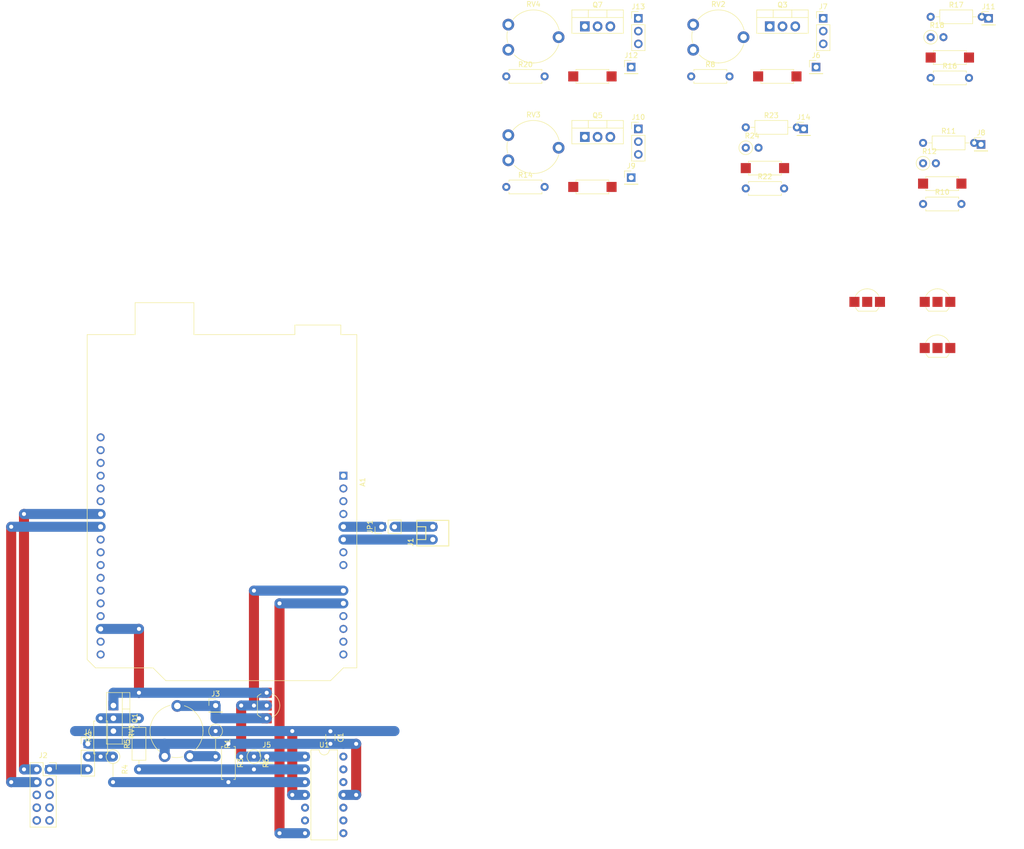
<source format=kicad_pcb>
(kicad_pcb (version 20211014) (generator pcbnew)
  (layers (0 "F.Cu" signal) (31 "B.Cu" signal) (34 "B.Paste" user) (35 "F.Paste" user) (36 "B.SilkS" user "B.Silkscreen") (37 "F.SilkS" user "F.Silkscreen") (38 "B.Mask" user) (39 "F.Mask" user) (44 "Edge.Cuts" user))
  (net 0 "")
  (net 1 "/OUT0")
  (net 6 "/DIS0")
  (net 8 "GND")
  (net 14 "/ch0/N")
  (net 15 "+5V")
  (net 16 "/ch0/P")
  (net 17 "Net-(R1-Pad2)")
  (net 18 "/N_RST")
  (net 19 "Net-(R3-Pad2)")
  (net 20 "Net-(R5-Pad1)")
  (net 21 "Net-(A1-Pad5)")
  (net 22 "/OUT1")
  (net 23 "/OUT2")
  (net 33 "/OUT3")
  (net 34 "/ARD_PWM3")
  (net 35 "/ARD_PWM2")
  (net 36 "/ARD_PWM1")
  (net 37 "/ARD_PWM0")
  (net 38 "/PWM0")
  (net 39 "/ch1/N")
  (net 40 "/PWM1")
  (net 41 "/ch2/N")
  (net 42 "/PWM2")
  (net 43 "Net-(J12-Pad1)")
  (net 44 "/ch3/N")
  (net 45 "/PWM3")
  (net 46 "/DIS1")
  (net 47 "/ch1/P")
  (net 48 "/DIS2")
  (net 49 "/ch2/P")
  (net 50 "/DIS3")
  (net 51 "/ch3/P")
  (net 52 "Net-(R7-Pad2)")
  (net 53 "Net-(R10-Pad2)")
  (net 54 "Net-(R11-Pad1)")
  (net 55 "Net-(R13-Pad2)")
  (net 56 "Net-(R15-Pad2)")
  (net 57 "Net-(R17-Pad1)")
  (net 58 "Net-(R19-Pad2)")
  (net 59 "Net-(R21-Pad2)")
  (net 60 "Net-(R23-Pad1)")
  (net 61 "Net-(J3-Pad1)")
  (net 62 "Net-(J6-Pad1)")
  (net 63 "Net-(J9-Pad1)")
  (footprint "For_Rasterboard:R_Axial_DIN0207_L6.3mm_D2.5mm_P5.08mm_Vertical" (layer "F.Cu") (at 65.96 175.26 -90)
    (fp_text reference "R4" (at 2.54 -2.37 90) (layer "F.SilkS"))
    (fp_text value "10k")
    (pad "1" thru_hole circle (at 0 0 270) (size 1.6 1.6) (drill 0.8) (layers *.Cu *.Mask) (net 14 "/ch0/N"))
    (pad "2" thru_hole oval (at 5.08 0 270) (size 1.6 1.6) (drill 0.8) (layers *.Cu *.Mask) (net 19 "Net-(R3-Pad2)"))
  )
  (footprint "For_Rasterboard:R_Axial_DIN0207_L6.3mm_D2.5mm_P2.54mm_Vertical" (layer "F.Cu") (at 228.52 32.15)
    (fp_text reference "R18" (at 1.27 -2.37) (layer "F.SilkS"))
    (fp_text value "100k")
    (pad "1" thru_hole circle (at 0 0) (size 1.6 1.6) (drill 0.8) (layers *.Cu *.Mask) (net 23 "/OUT2"))
    (pad "2" thru_hole oval (at 2.54 0) (size 1.6 1.6) (drill 0.8) (layers *.Cu *.Mask) (net 57 "Net-(R17-Pad1)"))
  )
  (footprint "For_Rasterboard:R_Axial_DIN0207_L6.3mm_D2.5mm_P7.62mm_Horizontal" (layer "F.Cu") (at 180.91 39.95)
    (fp_text reference "R8" (at 3.81 -2.37) (layer "F.SilkS"))
    (fp_text value "0.1")
    (pad "1" thru_hole circle (at 0 0) (size 1.6 1.6) (drill 0.8) (layers *.Cu *.Mask) (net 39 "/ch1/N"))
    (pad "2" thru_hole oval (at 7.62 0) (size 1.6 1.6) (drill 0.8) (layers *.Cu *.Mask) (net 47 "/ch1/P"))
  )
  (footprint "Connector_PinHeader_2.54mm:PinHeader_1x01_P2.54mm_Vertical" (layer "F.Cu") (at 203.28 50.39)
    (fp_text reference "J14" (at 0 -2.33) (layer "F.SilkS"))
    (fp_text value "1x1 2.54mm male")
    (pad "1" thru_hole rect (at 0 0) (size 1.7 1.7) (drill 1) (layers *.Cu *.Mask) (net 33 "/OUT3"))
  )
  (footprint "Package_TO_SOT_THT:TO-220-3_Vertical" (layer "F.Cu") (at 159.76 51.99)
    (fp_text reference "Q5" (at 2.54 -4.27) (layer "F.SilkS"))
    (fp_text value "IRF4905")
    (pad "1" thru_hole rect (at 0 0) (size 1.905 2) (drill 1.1) (layers *.Cu *.Mask) (net 48 "/DIS2"))
    (pad "2" thru_hole oval (at 2.54 0) (size 1.905 2) (drill 1.1) (layers *.Cu *.Mask) (net 49 "/ch2/P"))
    (pad "3" thru_hole oval (at 5.08 0) (size 1.905 2) (drill 1.1) (layers *.Cu *.Mask) (net 15 "+5V"))
  )
  (footprint "For_Rasterboard:R_Axial_DIN0207_L6.3mm_D2.5mm_P7.62mm_Horizontal" (layer "F.Cu") (at 88.9 172.72 -90)
    (fp_text reference "R3" (at 3.81 -2.37 90) (layer "F.SilkS"))
    (fp_text value "100k")
    (pad "1" thru_hole circle (at 0 0 270) (size 1.6 1.6) (drill 0.8) (layers *.Cu *.Mask) (net 8 "GND"))
    (pad "2" thru_hole oval (at 7.62 0 270) (size 1.6 1.6) (drill 0.8) (layers *.Cu *.Mask) (net 19 "Net-(R3-Pad2)"))
  )
  (footprint "Package_TO_SOT_THT:TO-220-3_Vertical" (layer "F.Cu") (at 196.52 30)
    (fp_text reference "Q3" (at 2.54 -4.27) (layer "F.SilkS"))
    (fp_text value "IRF4905")
    (pad "1" thru_hole rect (at 0 0) (size 1.905 2) (drill 1.1) (layers *.Cu *.Mask) (net 46 "/DIS1"))
    (pad "2" thru_hole oval (at 2.54 0) (size 1.905 2) (drill 1.1) (layers *.Cu *.Mask) (net 47 "/ch1/P"))
    (pad "3" thru_hole oval (at 5.08 0) (size 1.905 2) (drill 1.1) (layers *.Cu *.Mask) (net 15 "+5V"))
  )
  (footprint "For_Rasterboard:TO-92_Inline_inf" (layer "F.Cu") (at 227.34 93.98)
    (fp_text reference "Q4" hide)
    (fp_text value "BC548")
    (pad "1" smd rect locked (at 0 0) (size 2 2) (layers "F.Cu" "F.Paste" "F.Mask") (net 46 "/DIS1"))
    (pad "2" smd rect locked (at 2.54 0) (size 2 2) (layers "F.Cu" "F.Paste" "F.Mask") (net 22 "/OUT1"))
    (pad "3" smd rect locked (at 5.08 0) (size 2 2) (layers "F.Cu" "F.Paste" "F.Mask") (net 62 "Net-(J6-Pad1)"))
  )
  (footprint "For_Rasterboard:R_Axial_DIN0207_L6.3mm_D2.5mm_P7.62mm_Horizontal" (layer "F.Cu") (at 63.5 175.26 90)
    (fp_text reference "R2" (at 3.81 -2.37 90) (layer "F.SilkS"))
    (fp_text value "0.1")
    (pad "1" thru_hole circle (at 0 0 90) (size 1.6 1.6) (drill 0.8) (layers *.Cu *.Mask) (net 14 "/ch0/N"))
    (pad "2" thru_hole oval (at 7.62 0 90) (size 1.6 1.6) (drill 0.8) (layers *.Cu *.Mask) (net 16 "/ch0/P"))
  )
  (footprint "Resistor_THT:R_Axial_DIN0207_L6.3mm_D2.5mm_P10.16mm_Horizontal" (layer "F.Cu") (at 228.52 28.1)
    (fp_text reference "R17" (at 5.08 -2.37) (layer "F.SilkS"))
    (fp_text value "10k")
    (pad "1" thru_hole circle (at 0 0) (size 1.6 1.6) (drill 0.8) (layers *.Cu *.Mask) (net 57 "Net-(R17-Pad1)"))
    (pad "2" thru_hole oval (at 10.16 0) (size 1.6 1.6) (drill 0.8) (layers *.Cu *.Mask) (net 49 "/ch2/P"))
  )
  (footprint "For_Rasterboard:R_Axial_DIN0207_L6.3mm_D2.5mm_P5.08mm_Vertical" (layer "F.Cu") (at 86.36 170.18 -90)
    (fp_text reference "R1" (at 2.54 -2.37 90) (layer "F.SilkS"))
    (fp_text value "220")
    (pad "1" thru_hole circle (at 0 0 270) (size 1.6 1.6) (drill 0.8) (layers *.Cu *.Mask) (net 15 "+5V"))
    (pad "2" thru_hole oval (at 5.08 0 270) (size 1.6 1.6) (drill 0.8) (layers *.Cu *.Mask) (net 17 "Net-(R1-Pad2)"))
  )
  (footprint "Resistor_THT:R_Axial_DIN0207_L6.3mm_D2.5mm_P10.16mm_Horizontal" (layer "F.Cu") (at 227.01 53.18)
    (fp_text reference "R11" (at 5.08 -2.37) (layer "F.SilkS"))
    (fp_text value "10k")
    (pad "1" thru_hole circle (at 0 0) (size 1.6 1.6) (drill 0.8) (layers *.Cu *.Mask) (net 54 "Net-(R11-Pad1)"))
    (pad "2" thru_hole oval (at 10.16 0) (size 1.6 1.6) (drill 0.8) (layers *.Cu *.Mask) (net 47 "/ch1/P"))
  )
  (footprint "For_Rasterboard:TO-92_Inline_inf" (layer "F.Cu") (at 227.34 84.8)
    (fp_text reference "Q6" hide)
    (fp_text value "BC548")
    (pad "1" smd rect locked (at 0 0) (size 2 2) (layers "F.Cu" "F.Paste" "F.Mask") (net 48 "/DIS2"))
    (pad "2" smd rect locked (at 2.54 0) (size 2 2) (layers "F.Cu" "F.Paste" "F.Mask") (net 23 "/OUT2"))
    (pad "3" smd rect locked (at 5.08 0) (size 2 2) (layers "F.Cu" "F.Paste" "F.Mask") (net 63 "Net-(J9-Pad1)"))
  )
  (footprint "For_Rasterboard:R_Axial_DIN0207_L6.3mm_D2.5mm_Pinf_Horizontal" (layer "F.Cu") (at 194.22 39.95)
    (fp_text reference "R7" hide)
    (fp_text value "220")
    (pad "1" smd rect locked (at 0 0) (size 2 2) (layers "F.Cu") (net 15 "+5V"))
    (pad "2" smd rect locked (at 7.62 0) (size 2 2) (layers "F.Cu") (net 52 "Net-(R7-Pad2)"))
  )
  (footprint "Connector_PinHeader_2.54mm:PinHeader_1x01_P2.54mm_Vertical" (layer "F.Cu") (at 238.53 53.48)
    (fp_text reference "J8" (at 0 -2.33) (layer "F.SilkS"))
    (fp_text value "1x1 2.54mm male")
    (pad "1" thru_hole rect (at 0 0) (size 1.7 1.7) (drill 1) (layers *.Cu *.Mask) (net 22 "/OUT1"))
  )
  (footprint "For_Rasterboard:R_Axial_DIN0207_L6.3mm_D2.5mm_P7.62mm_Horizontal" (layer "F.Cu") (at 228.52 40.25)
    (fp_text reference "R16" (at 3.81 -2.37) (layer "F.SilkS"))
    (fp_text value "10k")
    (pad "1" thru_hole circle (at 0 0) (size 1.6 1.6) (drill 0.8) (layers *.Cu *.Mask) (net 41 "/ch2/N"))
    (pad "2" thru_hole oval (at 7.62 0) (size 1.6 1.6) (drill 0.8) (layers *.Cu *.Mask) (net 56 "Net-(R15-Pad2)"))
  )
  (footprint "Package_TO_SOT_THT:TO-220-3_Vertical" (layer "F.Cu") (at 66.04 165.1 -90)
    (fp_text reference "Q1" (at 2.54 -4.27 90) (layer "F.SilkS"))
    (fp_text value "IRF4905")
    (pad "1" thru_hole rect (at 0 0 270) (size 1.905 2) (drill 1.1) (layers *.Cu *.Mask) (net 6 "/DIS0"))
    (pad "2" thru_hole oval (at 2.54 0 270) (size 1.905 2) (drill 1.1) (layers *.Cu *.Mask) (net 16 "/ch0/P"))
    (pad "3" thru_hole oval (at 5.08 0 270) (size 1.905 2) (drill 1.1) (layers *.Cu *.Mask) (net 15 "+5V"))
  )
  (footprint "Connector_PinHeader_2.54mm:PinHeader_1x01_P2.54mm_Vertical" (layer "F.Cu") (at 240.04 28.4)
    (fp_text reference "J11" (at 0 -2.33) (layer "F.SilkS"))
    (fp_text value "1x1 2.54mm male")
    (pad "1" thru_hole rect (at 0 0) (size 1.7 1.7) (drill 1) (layers *.Cu *.Mask) (net 23 "/OUT2"))
  )
  (footprint "For_Rasterboard:R_Axial_DIN0207_L6.3mm_D2.5mm_P2.54mm_Vertical" (layer "F.Cu") (at 227.01 57.23)
    (fp_text reference "R12" (at 1.27 -2.37) (layer "F.SilkS"))
    (fp_text value "100k")
    (pad "1" thru_hole circle (at 0 0) (size 1.6 1.6) (drill 0.8) (layers *.Cu *.Mask) (net 22 "/OUT1"))
    (pad "2" thru_hole oval (at 2.54 0) (size 1.6 1.6) (drill 0.8) (layers *.Cu *.Mask) (net 54 "Net-(R11-Pad1)"))
  )
  (footprint "For_Rasterboard:R_Axial_DIN0207_L6.3mm_D2.5mm_P7.62mm_Horizontal" (layer "F.Cu") (at 191.76 62.24)
    (fp_text reference "R22" (at 3.81 -2.37) (layer "F.SilkS"))
    (fp_text value "10k")
    (pad "1" thru_hole circle (at 0 0) (size 1.6 1.6) (drill 0.8) (layers *.Cu *.Mask) (net 44 "/ch3/N"))
    (pad "2" thru_hole oval (at 7.62 0) (size 1.6 1.6) (drill 0.8) (layers *.Cu *.Mask) (net 59 "Net-(R21-Pad2)"))
  )
  (footprint "For_Rasterboard:R_Axial_DIN0207_L6.3mm_D2.5mm_P7.62mm_Horizontal" (layer "F.Cu") (at 144.15 39.95)
    (fp_text reference "R20" (at 3.81 -2.37) (layer "F.SilkS"))
    (fp_text value "0.1")
    (pad "1" thru_hole circle (at 0 0) (size 1.6 1.6) (drill 0.8) (layers *.Cu *.Mask) (net 44 "/ch3/N"))
    (pad "2" thru_hole oval (at 7.62 0) (size 1.6 1.6) (drill 0.8) (layers *.Cu *.Mask) (net 51 "/ch3/P"))
  )
  (footprint "For_Rasterboard:R_Axial_DIN0207_L6.3mm_D2.5mm_Pinf_Horizontal" (layer "F.Cu") (at 191.76 58.19)
    (fp_text reference "R21" hide)
    (fp_text value "100k")
    (pad "1" smd rect locked (at 0 0) (size 2 2) (layers "F.Cu") (net 8 "GND"))
    (pad "2" smd rect locked (at 7.62 0) (size 2 2) (layers "F.Cu") (net 59 "Net-(R21-Pad2)"))
  )
  (footprint "For_Rasterboard:R_Axial_DIN0207_L6.3mm_D2.5mm_Pinf_Horizontal" (layer "F.Cu") (at 157.46 61.94)
    (fp_text reference "R13" hide)
    (fp_text value "220")
    (pad "1" smd rect locked (at 0 0) (size 2 2) (layers "F.Cu") (net 15 "+5V"))
    (pad "2" smd rect locked (at 7.62 0) (size 2 2) (layers "F.Cu") (net 55 "Net-(R13-Pad2)"))
  )
  (footprint "Connector_PinHeader_2.54mm:PinHeader_1x03_P2.54mm_Vertical" (layer "F.Cu") (at 170.4 50.39)
    (fp_text reference "J10" (at 0 -2.33) (layer "F.SilkS"))
    (fp_text value "1x3 2.54mm male")
    (pad "1" thru_hole rect (at 0 0) (size 1.7 1.7) (drill 1) (layers *.Cu *.Mask) (net 8 "GND"))
    (pad "2" thru_hole oval (at 0 2.54) (size 1.7 1.7) (drill 1) (layers *.Cu *.Mask) (net 41 "/ch2/N"))
    (pad "3" thru_hole oval (at 0 5.08) (size 1.7 1.7) (drill 1) (layers *.Cu *.Mask) (net 42 "/PWM2"))
  )
  (footprint "Connector_PinHeader_2.54mm:PinHeader_1x01_P2.54mm_Vertical" (layer "F.Cu") (at 168.98 38.1)
    (fp_text reference "J12" (at 0 -2.33) (layer "F.SilkS"))
    (fp_text value "1x1 2.54mm male")
    (pad "1" thru_hole rect (at 0 0) (size 1.7 1.7) (drill 1) (layers *.Cu *.Mask) (net 43 "Net-(J12-Pad1)"))
  )
  (footprint "Potentiometer_THT:Potentiometer_Piher_PT-10-V10_Vertical" (layer "F.Cu") (at 181.31 34.65)
    (fp_text reference "RV2" (at 5 -9.05) (layer "F.SilkS"))
    (fp_text value "250")
    (pad "1" thru_hole circle (at 0 0) (size 2.34 2.34) (drill 1.3) (layers *.Cu *.Mask) (net 52 "Net-(R7-Pad2)"))
    (pad "2" thru_hole circle (at 10 -2.5) (size 2.34 2.34) (drill 1.3) (layers *.Cu *.Mask) (net 62 "Net-(J6-Pad1)"))
    (pad "3" thru_hole circle (at 0 -5) (size 2.34 2.34) (drill 1.3) (layers *.Cu *.Mask) (net 8 "GND"))
  )
  (footprint "Connector_PinHeader_2.54mm:PinHeader_1x02_P2.54mm_Vertical" (layer "F.Cu") (at 119.38 129.54 90)
    (fp_text reference "JP1" (at 0 -2.33 90) (layer "F.SilkS"))
    (fp_text value "1x2 2.54mm male")
    (pad "1" thru_hole rect (at 0 0 90) (size 1.7 1.7) (drill 1) (layers *.Cu *.Mask) (net 21 "Net-(A1-Pad5)"))
    (pad "2" thru_hole oval (at 0 2.54 90) (size 1.7 1.7) (drill 1) (layers *.Cu *.Mask) (net 15 "+5V"))
  )
  (footprint "For_Rasterboard:TO-92_Inline_inf" (layer "F.Cu") (at 213.36 84.8)
    (fp_text reference "Q8" hide)
    (fp_text value "BC548")
    (pad "1" smd rect locked (at 0 0) (size 2 2) (layers "F.Cu" "F.Paste" "F.Mask") (net 50 "/DIS3"))
    (pad "2" smd rect locked (at 2.54 0) (size 2 2) (layers "F.Cu" "F.Paste" "F.Mask") (net 33 "/OUT3"))
    (pad "3" smd rect locked (at 5.08 0) (size 2 2) (layers "F.Cu" "F.Paste" "F.Mask") (net 43 "Net-(J12-Pad1)"))
  )
  (footprint "Package_DIP:DIP-14_W7.62mm" (layer "F.Cu") (at 104.14 175.26)
    (fp_text reference "U1" (at 3.81 -2.33) (layer "F.SilkS"))
    (fp_text value "LM324")
    (pad "1" thru_hole rect (at 0 0) (size 1.6 1.6) (drill 0.8) (layers *.Cu *.Mask) (net 1 "/OUT0"))
    (pad "2" thru_hole oval (at 0 2.54) (size 1.6 1.6) (drill 0.8) (layers *.Cu *.Mask) (net 20 "Net-(R5-Pad1)"))
    (pad "3" thru_hole oval (at 0 5.08) (size 1.6 1.6) (drill 0.8) (layers *.Cu *.Mask) (net 19 "Net-(R3-Pad2)"))
    (pad "4" thru_hole oval (at 0 7.62) (size 1.6 1.6) (drill 0.8) (layers *.Cu *.Mask) (net 15 "+5V"))
    (pad "5" thru_hole oval (at 0 10.16) (size 1.6 1.6) (drill 0.8) (layers *.Cu *.Mask) (net 53 "Net-(R10-Pad2)"))
    (pad "6" thru_hole oval (at 0 12.7) (size 1.6 1.6) (drill 0.8) (layers *.Cu *.Mask) (net 54 "Net-(R11-Pad1)"))
    (pad "7" thru_hole oval (at 0 15.24) (size 1.6 1.6) (drill 0.8) (layers *.Cu *.Mask) (net 22 "/OUT1"))
    (pad "8" thru_hole oval (at 7.62 15.24) (size 1.6 1.6) (drill 0.8) (layers *.Cu *.Mask) (net 23 "/OUT2"))
    (pad "9" thru_hole oval (at 7.62 12.7) (size 1.6 1.6) (drill 0.8) (layers *.Cu *.Mask) (net 57 "Net-(R17-Pad1)"))
    (pad "10" thru_hole oval (at 7.62 10.16) (size 1.6 1.6) (drill 0.8) (layers *.Cu *.Mask) (net 56 "Net-(R15-Pad2)"))
    (pad "11" thru_hole oval (at 7.62 7.62) (size 1.6 1.6) (drill 0.8) (layers *.Cu *.Mask) (net 8 "GND"))
    (pad "12" thru_hole oval (at 7.62 5.08) (size 1.6 1.6) (drill 0.8) (layers *.Cu *.Mask) (net 59 "Net-(R21-Pad2)"))
    (pad "13" thru_hole oval (at 7.62 2.54) (size 1.6 1.6) (drill 0.8) (layers *.Cu *.Mask) (net 60 "Net-(R23-Pad1)"))
    (pad "14" thru_hole oval (at 7.62 0) (size 1.6 1.6) (drill 0.8) (layers *.Cu *.Mask) (net 33 "/OUT3"))
  )
  (footprint "Connector_PinHeader_2.54mm:PinHeader_1x01_P2.54mm_Vertical" (layer "F.Cu") (at 96.52 175.26)
    (fp_text reference "J5" (at 0 -2.33) (layer "F.SilkS"))
    (fp_text value "1x1 2.54mm male")
    (pad "1" thru_hole rect (at 0 0) (size 1.7 1.7) (drill 1) (layers *.Cu *.Mask) (net 1 "/OUT0"))
  )
  (footprint "Connector_PinHeader_2.54mm:PinHeader_1x01_P2.54mm_Vertical" (layer "F.Cu") (at 86.36 165.1)
    (fp_text reference "J3" (at 0 -2.33) (layer "F.SilkS"))
    (fp_text value "1x1 2.54mm male")
    (pad "1" thru_hole rect (at 0 0) (size 1.7 1.7) (drill 1) (layers *.Cu *.Mask) (net 61 "Net-(J3-Pad1)"))
  )
  (footprint "Connector_PinHeader_2.54mm:PinHeader_1x03_P2.54mm_Vertical" (layer "F.Cu") (at 60.96 172.72)
    (fp_text reference "J4" (at 0 -2.33) (layer "F.SilkS"))
    (fp_text value "1x3 2.54mm male")
    (pad "1" thru_hole rect (at 0 0) (size 1.7 1.7) (drill 1) (layers *.Cu *.Mask) (net 8 "GND"))
    (pad "2" thru_hole oval (at 0 2.54) (size 1.7 1.7) (drill 1) (layers *.Cu *.Mask) (net 14 "/ch0/N"))
    (pad "3" thru_hole oval (at 0 5.08) (size 1.7 1.7) (drill 1) (layers *.Cu *.Mask) (net 38 "/PWM0"))
  )
  (footprint "For_Rasterboard:Arduino_UNO_R3_WithMountingHoles_Snapped_to_P2.54mm" (layer "F.Cu") (at 111.76 119.38 -90)
    (fp_text reference "A1" (at 1.27 -3.81 90) (layer "F.SilkS"))
    (fp_text value "Arduino_UNO_R3")
    (pad "" np_thru_hole circle (at 38.1 5.08) (size 3.2 3.2) (drill 3.2) (layers *.Cu *.Mask))
    (pad "" np_thru_hole circle (at -13.97 0) (size 3.2 3.2) (drill 3.2) (layers *.Cu *.Mask))
    (pad "" np_thru_hole circle (at 38.1 33.02) (size 3.2 3.2) (drill 3.2) (layers *.Cu *.Mask))
    (pad "" np_thru_hole circle (at -12.7 48.26) (size 3.2 3.2) (drill 3.2) (layers *.Cu *.Mask))
    (pad "1" thru_hole rect (at 0 0) (size 1.6 1.6) (drill 1) (layers *.Cu *.Mask))
    (pad "2" thru_hole oval (at 2.54 0) (size 1.6 1.6) (drill 1) (layers *.Cu *.Mask))
    (pad "3" thru_hole oval (at 5.08 0) (size 1.6 1.6) (drill 1) (layers *.Cu *.Mask) (net 18 "/N_RST"))
    (pad "4" thru_hole oval (at 7.62 0) (size 1.6 1.6) (drill 1) (layers *.Cu *.Mask))
    (pad "5" thru_hole oval (at 10.16 0) (size 1.6 1.6) (drill 1) (layers *.Cu *.Mask) (net 21 "Net-(A1-Pad5)"))
    (pad "6" thru_hole oval (at 12.7 0) (size 1.6 1.6) (drill 1) (layers *.Cu *.Mask) (net 8 "GND"))
    (pad "7" thru_hole oval (at 15.24 0) (size 1.6 1.6) (drill 1) (layers *.Cu *.Mask) (net 8 "GND"))
    (pad "8" thru_hole oval (at 17.78 0) (size 1.6 1.6) (drill 1) (layers *.Cu *.Mask))
    (pad "9" thru_hole oval (at 22.86 0) (size 1.6 1.6) (drill 1) (layers *.Cu *.Mask) (net 1 "/OUT0"))
    (pad "10" thru_hole oval (at 25.4 0) (size 1.6 1.6) (drill 1) (layers *.Cu *.Mask) (net 22 "/OUT1"))
    (pad "11" thru_hole oval (at 27.94 0) (size 1.6 1.6) (drill 1) (layers *.Cu *.Mask) (net 23 "/OUT2"))
    (pad "12" thru_hole oval (at 30.48 0) (size 1.6 1.6) (drill 1) (layers *.Cu *.Mask) (net 33 "/OUT3"))
    (pad "13" thru_hole oval (at 33.02 0) (size 1.6 1.6) (drill 1) (layers *.Cu *.Mask))
    (pad "14" thru_hole oval (at 35.56 0) (size 1.6 1.6) (drill 1) (layers *.Cu *.Mask))
    (pad "15" thru_hole oval (at 35.56 48.26) (size 1.6 1.6) (drill 1) (layers *.Cu *.Mask))
    (pad "16" thru_hole oval (at 33.02 48.26) (size 1.6 1.6) (drill 1) (layers *.Cu *.Mask))
    (pad "17" thru_hole oval (at 30.48 48.26) (size 1.6 1.6) (drill 1) (layers *.Cu *.Mask) (net 6 "/DIS0"))
    (pad "18" thru_hole oval (at 27.94 48.26) (size 1.6 1.6) (drill 1) (layers *.Cu *.Mask))
    (pad "19" thru_hole oval (at 25.4 48.26) (size 1.6 1.6) (drill 1) (layers *.Cu *.Mask))
    (pad "20" thru_hole oval (at 22.86 48.26) (size 1.6 1.6) (drill 1) (layers *.Cu *.Mask) (net 34 "/ARD_PWM3"))
    (pad "21" thru_hole oval (at 20.32 48.26) (size 1.6 1.6) (drill 1) (layers *.Cu *.Mask))
    (pad "22" thru_hole oval (at 17.78 48.26) (size 1.6 1.6) (drill 1) (layers *.Cu *.Mask))
    (pad "23" thru_hole oval (at 15.24 48.26) (size 1.6 1.6) (drill 1) (layers *.Cu *.Mask))
    (pad "24" thru_hole oval (at 12.7 48.26) (size 1.6 1.6) (drill 1) (layers *.Cu *.Mask) (net 35 "/ARD_PWM2"))
    (pad "25" thru_hole oval (at 10.16 48.26) (size 1.6 1.6) (drill 1) (layers *.Cu *.Mask) (net 36 "/ARD_PWM1"))
    (pad "26" thru_hole oval (at 7.62 48.26) (size 1.6 1.6) (drill 1) (layers *.Cu *.Mask) (net 37 "/ARD_PWM0"))
    (pad "27" thru_hole oval (at 5.08 48.26) (size 1.6 1.6) (drill 1) (layers *.Cu *.Mask))
    (pad "28" thru_hole oval (at 2.54 48.26) (size 1.6 1.6) (drill 1) (layers *.Cu *.Mask))
    (pad "29" thru_hole oval (at 0 48.26) (size 1.6 1.6) (drill 1) (layers *.Cu *.Mask))
    (pad "30" thru_hole oval (at -2.54 48.26) (size 1.6 1.6) (drill 1) (layers *.Cu *.Mask))
    (pad "31" thru_hole oval (at -5.08 48.26) (size 1.6 1.6) (drill 1) (layers *.Cu *.Mask))
    (pad "32" thru_hole oval (at -7.62 48.26) (size 1.6 1.6) (drill 1) (layers *.Cu *.Mask))
  )
  (footprint "For_Rasterboard:R_Axial_DIN0207_L6.3mm_D2.5mm_P2.54mm_Vertical" (layer "F.Cu") (at 191.76 54.14)
    (fp_text reference "R24" (at 1.27 -2.37) (layer "F.SilkS"))
    (fp_text value "100k")
    (pad "1" thru_hole circle (at 0 0) (size 1.6 1.6) (drill 0.8) (layers *.Cu *.Mask) (net 33 "/OUT3"))
    (pad "2" thru_hole oval (at 2.54 0) (size 1.6 1.6) (drill 0.8) (layers *.Cu *.Mask) (net 60 "Net-(R23-Pad1)"))
  )
  (footprint "Resistor_THT:R_Axial_DIN0207_L6.3mm_D2.5mm_P10.16mm_Horizontal" (layer "F.Cu") (at 191.76 50.09)
    (fp_text reference "R23" (at 5.08 -2.37) (layer "F.SilkS"))
    (fp_text value "10k")
    (pad "1" thru_hole circle (at 0 0) (size 1.6 1.6) (drill 0.8) (layers *.Cu *.Mask) (net 60 "Net-(R23-Pad1)"))
    (pad "2" thru_hole oval (at 10.16 0) (size 1.6 1.6) (drill 0.8) (layers *.Cu *.Mask) (net 51 "/ch3/P"))
  )
  (footprint "For_Rasterboard:C_Disc_D3.0mm_W1.6mm_P2.50mm" (layer "F.Cu") (at 109.18 170.22 -90)
    (fp_text reference "C1" (at 1.25 -2.05 90) (layer "F.SilkS"))
    (fp_text value "100n")
    (pad "1" thru_hole circle (at 0 0 270) (size 1.6 1.6) (drill 0.8) (layers *.Cu *.Mask) (net 15 "+5V"))
    (pad "2" thru_hole circle (at 2.5 0 270) (size 1.6 1.6) (drill 0.8) (layers *.Cu *.Mask) (net 8 "GND"))
  )
  (footprint "For_Rasterboard:R_Axial_DIN0207_L6.3mm_D2.5mm_Pinf_Horizontal" (layer "F.Cu") (at 228.52 36.2)
    (fp_text reference "R15" hide)
    (fp_text value "100k")
    (pad "1" smd rect locked (at 0 0) (size 2 2) (layers "F.Cu") (net 8 "GND"))
    (pad "2" smd rect locked (at 7.62 0) (size 2 2) (layers "F.Cu") (net 56 "Net-(R15-Pad2)"))
  )
  (footprint "Potentiometer_THT:Potentiometer_Piher_PT-10-V10_Vertical" (layer "F.Cu") (at 144.55 34.65)
    (fp_text reference "RV4" (at 5 -9.05) (layer "F.SilkS"))
    (fp_text value "250")
    (pad "1" thru_hole circle (at 0 0) (size 2.34 2.34) (drill 1.3) (layers *.Cu *.Mask) (net 58 "Net-(R19-Pad2)"))
    (pad "2" thru_hole circle (at 10 -2.5) (size 2.34 2.34) (drill 1.3) (layers *.Cu *.Mask) (net 43 "Net-(J12-Pad1)"))
    (pad "3" thru_hole circle (at 0 -5) (size 2.34 2.34) (drill 1.3) (layers *.Cu *.Mask) (net 8 "GND"))
  )
  (footprint "For_Rasterboard:R_Axial_DIN0207_L6.3mm_D2.5mm_Pinf_Horizontal" (layer "F.Cu") (at 157.46 39.95)
    (fp_text reference "R19" hide)
    (fp_text value "220")
    (pad "1" smd rect locked (at 0 0) (size 2 2) (layers "F.Cu") (net 15 "+5V"))
    (pad "2" smd rect locked (at 7.62 0) (size 2 2) (layers "F.Cu") (net 58 "Net-(R19-Pad2)"))
  )
  (footprint "For_Rasterboard:R_Axial_DIN0207_L6.3mm_D2.5mm_P2.54mm_Vertical" (layer "F.Cu") (at 93.98 175.26 -90)
    (fp_text reference "R6" (at 1.27 -2.37 90) (layer "F.SilkS"))
    (fp_text value "100k")
    (pad "1" thru_hole circle (at 0 0 270) (size 1.6 1.6) (drill 0.8) (layers *.Cu *.Mask) (net 1 "/OUT0"))
    (pad "2" thru_hole oval (at 2.54 0 270) (size 1.6 1.6) (drill 0.8) (layers *.Cu *.Mask) (net 20 "Net-(R5-Pad1)"))
  )
  (footprint "Connector_PinSocket_2.54mm:PinSocket_2x05_P2.54mm_Vertical" (layer "F.Cu") (at 53.34 177.8)
    (fp_text reference "J2" (at -1.27 -2.77) (layer "F.SilkS"))
    (fp_text value "Conn_02x05_Odd_Even")
    (pad "1" thru_hole rect (at 0 0) (size 1.7 1.7) (drill 1) (layers *.Cu *.Mask) (net 38 "/PWM0"))
    (pad "2" thru_hole oval (at -2.54 0) (size 1.7 1.7) (drill 1) (layers *.Cu *.Mask) (net 37 "/ARD_PWM0"))
    (pad "3" thru_hole oval (at 0 2.54) (size 1.7 1.7) (drill 1) (layers *.Cu *.Mask) (net 40 "/PWM1"))
    (pad "4" thru_hole oval (at -2.54 2.54) (size 1.7 1.7) (drill 1) (layers *.Cu *.Mask) (net 36 "/ARD_PWM1"))
    (pad "5" thru_hole oval (at 0 5.08) (size 1.7 1.7) (drill 1) (layers *.Cu *.Mask) (net 42 "/PWM2"))
    (pad "6" thru_hole oval (at -2.54 5.08) (size 1.7 1.7) (drill 1) (layers *.Cu *.Mask) (net 35 "/ARD_PWM2"))
    (pad "7" thru_hole oval (at 0 7.62) (size 1.7 1.7) (drill 1) (layers *.Cu *.Mask) (net 45 "/PWM3"))
    (pad "8" thru_hole oval (at -2.54 7.62) (size 1.7 1.7) (drill 1) (layers *.Cu *.Mask) (net 34 "/ARD_PWM3"))
    (pad "9" thru_hole oval (at 0 10.16) (size 1.7 1.7) (drill 1) (layers *.Cu *.Mask) (net 8 "GND"))
    (pad "10" thru_hole oval (at -2.54 10.16) (size 1.7 1.7) (drill 1) (layers *.Cu *.Mask) (net 8 "GND"))
  )
  (footprint "Potentiometer_THT:Potentiometer_Piher_PT-10-V10_Vertical" (layer "F.Cu") (at 81.24 175.18 90)
    (fp_text reference "RV1" (at 5 -11.59 90) (layer "F.SilkS"))
    (fp_text value "250")
    (pad "1" thru_hole circle (at 0 0 90) (size 2.34 2.34) (drill 1.3) (layers *.Cu *.Mask) (net 17 "Net-(R1-Pad2)"))
    (pad "2" thru_hole circle (at 10 -2.5 90) (size 2.34 2.34) (drill 1.3) (layers *.Cu *.Mask) (net 61 "Net-(J3-Pad1)"))
    (pad "3" thru_hole circle (at 0 -5 90) (size 2.34 2.34) (drill 1.3) (layers *.Cu *.Mask) (net 8 "GND"))
  )
  (footprint "For_Rasterboard:R_Axial_DIN0207_L6.3mm_D2.5mm_P7.62mm_Horizontal" (layer "F.Cu") (at 227.01 65.33)
    (fp_text reference "R10" (at 3.81 -2.37) (layer "F.SilkS"))
    (fp_text value "10k")
    (pad "1" thru_hole circle (at 0 0) (size 1.6 1.6) (drill 0.8) (layers *.Cu *.Mask) (net 39 "/ch1/N"))
    (pad "2" thru_hole oval (at 7.62 0) (size 1.6 1.6) (drill 0.8) (layers *.Cu *.Mask) (net 53 "Net-(R10-Pad2)"))
  )
  (footprint "Connector_PinHeader_2.54mm:PinHeader_1x03_P2.54mm_Vertical" (layer "F.Cu") (at 207.16 28.4)
    (fp_text reference "J7" (at 0 -2.33) (layer "F.SilkS"))
    (fp_text value "1x3 2.54mm male")
    (pad "1" thru_hole rect (at 0 0) (size 1.7 1.7) (drill 1) (layers *.Cu *.Mask) (net 8 "GND"))
    (pad "2" thru_hole oval (at 0 2.54) (size 1.7 1.7) (drill 1) (layers *.Cu *.Mask) (net 39 "/ch1/N"))
    (pad "3" thru_hole oval (at 0 5.08) (size 1.7 1.7) (drill 1) (layers *.Cu *.Mask) (net 40 "/PWM1"))
  )
  (footprint "Package_TO_SOT_THT:TO-220-3_Vertical" (layer "F.Cu") (at 159.76 30)
    (fp_text reference "Q7" (at 2.54 -4.27) (layer "F.SilkS"))
    (fp_text value "IRF4905")
    (pad "1" thru_hole rect (at 0 0) (size 1.905 2) (drill 1.1) (layers *.Cu *.Mask) (net 50 "/DIS3"))
    (pad "2" thru_hole oval (at 2.54 0) (size 1.905 2) (drill 1.1) (layers *.Cu *.Mask) (net 51 "/ch3/P"))
    (pad "3" thru_hole oval (at 5.08 0) (size 1.905 2) (drill 1.1) (layers *.Cu *.Mask) (net 15 "+5V"))
  )
  (footprint "Potentiometer_THT:Potentiometer_Piher_PT-10-V10_Vertical" (layer "F.Cu") (at 144.55 56.64)
    (fp_text reference "RV3" (at 5 -9.05) (layer "F.SilkS"))
    (fp_text value "250")
    (pad "1" thru_hole circle (at 0 0) (size 2.34 2.34) (drill 1.3) (layers *.Cu *.Mask) (net 55 "Net-(R13-Pad2)"))
    (pad "2" thru_hole circle (at 10 -2.5) (size 2.34 2.34) (drill 1.3) (layers *.Cu *.Mask) (net 63 "Net-(J9-Pad1)"))
    (pad "3" thru_hole circle (at 0 -5) (size 2.34 2.34) (drill 1.3) (layers *.Cu *.Mask) (net 8 "GND"))
  )
  (footprint "Resistor_THT:R_Axial_DIN0207_L6.3mm_D2.5mm_P10.16mm_Horizontal" (layer "F.Cu") (at 71.12 177.8 90)
    (fp_text reference "R5" (at 5.08 -2.37 90) (layer "F.SilkS"))
    (fp_text value "10k")
    (pad "1" thru_hole circle (at 0 0 90) (size 1.6 1.6) (drill 0.8) (layers *.Cu *.Mask) (net 20 "Net-(R5-Pad1)"))
    (pad "2" thru_hole oval (at 10.16 0 90) (size 1.6 1.6) (drill 0.8) (layers *.Cu *.Mask) (net 16 "/ch0/P"))
  )
  (footprint "For_Rasterboard:R_Axial_DIN0207_L6.3mm_D2.5mm_Pinf_Horizontal" (layer "F.Cu") (at 227.01 61.28)
    (fp_text reference "R9" hide)
    (fp_text value "100k")
    (pad "1" smd rect locked (at 0 0) (size 2 2) (layers "F.Cu") (net 8 "GND"))
    (pad "2" smd rect locked (at 7.62 0) (size 2 2) (layers "F.Cu") (net 53 "Net-(R10-Pad2)"))
  )
  (footprint "Connector_PinHeader_2.54mm:PinHeader_1x03_P2.54mm_Vertical" (layer "F.Cu") (at 170.4 28.4)
    (fp_text reference "J13" (at 0 -2.33) (layer "F.SilkS"))
    (fp_text value "1x3 2.54mm male")
    (pad "1" thru_hole rect (at 0 0) (size 1.7 1.7) (drill 1) (layers *.Cu *.Mask) (net 8 "GND"))
    (pad "2" thru_hole oval (at 0 2.54) (size 1.7 1.7) (drill 1) (layers *.Cu *.Mask) (net 44 "/ch3/N"))
    (pad "3" thru_hole oval (at 0 5.08) (size 1.7 1.7) (drill 1) (layers *.Cu *.Mask) (net 45 "/PWM3"))
  )
  (footprint "Extra_Common:MOLEX-22-23-2021" (layer "F.Cu") (at 129.54 130.81 90)
    (fp_text reference "J1" (at -2.794 -3.81 90) (layer "F.SilkS") (effects (font (thickness 0.18)) (justify left bottom)))
    (fp_text value "1x2 2.54mm male" hide)
    (pad "1" thru_hole rect locked (at 1.27 0 180) (size 1.6 1.6) (drill 1) (layers *.Cu *.Mask) (net 15 "+5V"))
    (pad "2" thru_hole circle locked (at -1.27 0 90) (size 1.6 1.6) (drill 1) (layers *.Cu *.Mask) (net 8 "GND"))
  )
  (footprint "For_Rasterboard:R_Axial_DIN0207_L6.3mm_D2.5mm_P7.62mm_Horizontal" (layer "F.Cu") (at 144.15 61.94)
    (fp_text reference "R14" (at 3.81 -2.37) (layer "F.SilkS"))
    (fp_text value "0.1")
    (pad "1" thru_hole circle (at 0 0) (size 1.6 1.6) (drill 0.8) (layers *.Cu *.Mask) (net 41 "/ch2/N"))
    (pad "2" thru_hole oval (at 7.62 0) (size 1.6 1.6) (drill 0.8) (layers *.Cu *.Mask) (net 49 "/ch2/P"))
  )
  (footprint "Connector_PinHeader_2.54mm:PinHeader_1x01_P2.54mm_Vertical" (layer "F.Cu") (at 168.98 60.09)
    (fp_text reference "J9" (at 0 -2.33) (layer "F.SilkS"))
    (fp_text value "1x1 2.54mm male")
    (pad "1" thru_hole rect (at 0 0) (size 1.7 1.7) (drill 1) (layers *.Cu *.Mask) (net 63 "Net-(J9-Pad1)"))
  )
  (footprint "Connector_PinHeader_2.54mm:PinHeader_1x01_P2.54mm_Vertical" (layer "F.Cu") (at 205.74 38.1)
    (fp_text reference "J6" (at 0 -2.33) (layer "F.SilkS"))
    (fp_text value "1x1 2.54mm male")
    (pad "1" thru_hole rect (at 0 0) (size 1.7 1.7) (drill 1) (layers *.Cu *.Mask) (net 62 "Net-(J6-Pad1)"))
  )
  (footprint "For_Rasterboard:TO-92_Inline_inf" (layer "F.Cu") (at 96.52 162.56 -90)
    (fp_text reference "Q2" hide)
    (fp_text value "BC548")
    (pad "1" smd rect locked (at 0 0 270) (size 2 2) (layers "F.Cu" "F.Paste" "F.Mask") (net 6 "/DIS0"))
    (pad "2" smd rect locked (at 2.54 0 270) (size 2 2) (layers "F.Cu" "F.Paste" "F.Mask") (net 1 "/OUT0"))
    (pad "3" smd rect locked (at 5.08 0 270) (size 2 2) (layers "F.Cu" "F.Paste" "F.Mask") (net 61 "Net-(J3-Pad1)"))
  )
  (segment (start 91.44 165.1) (end 91.44 175.26) (width 2) (layer "F.Cu") (net 1))
  (segment (start 93.98 165.1) (end 93.98 142.24) (width 2) (layer "F.Cu") (net 1))
  (via (at 91.44 175.26) (size 2) (drill 0.8) (layers "F.Cu" "B.Cu") (net 1))
  (via (at 91.44 165.1) (size 2) (drill 0.8) (layers "F.Cu" "B.Cu") (net 1))
  (via (at 93.98 165.1) (size 2) (drill 0.8) (layers "F.Cu" "B.Cu") (net 1))
  (via (at 96.52 165.1) (size 2) (drill 0.8) (layers "F.Cu" "B.Cu") (net 1))
  (via (at 93.98 142.24) (size 2) (drill 0.8) (layers "F.Cu" "B.Cu") (net 1))
  (segment (start 91.44 175.26) (end 104.14 175.26) (width 2) (layer "B.Cu") (net 1))
  (segment (start 93.98 142.24) (end 111.76 142.24) (width 2) (layer "B.Cu") (net 1))
  (segment (start 91.44 165.1) (end 96.52 165.1) (width 2) (layer "B.Cu") (net 1))
  (segment (start 71.12 149.86) (end 71.12 162.56) (width 2) (layer "F.Cu") (net 6))
  (via (at 71.12 149.86) (size 2) (drill 0.8) (layers "F.Cu" "B.Cu") (net 6))
  (via (at 71.12 162.56) (size 2) (drill 0.8) (layers "F.Cu" "B.Cu") (net 6))
  (via (at 96.52 162.56) (size 2) (drill 0.8) (layers "F.Cu" "B.Cu") (net 6))
  (segment (start 63.5 149.86) (end 71.12 149.86) (width 2) (layer "B.Cu") (net 6))
  (segment (start 66.04 162.56) (end 66.04 165.1) (width 2) (layer "B.Cu") (net 6))
  (segment (start 96.52 162.56) (end 71.12 162.56) (width 2) (layer "B.Cu") (net 6))
  (segment (start 71.12 162.56) (end 66.04 162.56) (width 2) (layer "B.Cu") (net 6))
  (segment (start 114.3 172.72) (end 114.3 182.88) (width 2) (layer "F.Cu") (net 8))
  (via (at 114.3 172.72) (size 2) (drill 0.8) (layers "F.Cu" "B.Cu") (net 8))
  (via (at 114.3 182.88) (size 2) (drill 0.8) (layers "F.Cu" "B.Cu") (net 8))
  (segment (start 111.76 172.72) (end 114.3 172.72) (width 2) (layer "B.Cu") (net 8))
  (segment (start 60.96 172.72) (end 76.2 172.72) (width 2) (layer "B.Cu") (net 8))
  (segment (start 76.24 172.76) (end 76.2 172.72) (width 2) (layer "B.Cu") (net 8))
  (segment (start 111.76 132.08) (end 129.54 132.08) (width 2) (layer "B.Cu") (net 8))
  (segment (start 111.76 172.72) (end 76.2 172.72) (width 2) (layer "B.Cu") (net 8))
  (segment (start 114.3 182.88) (end 111.76 182.88) (width 2) (layer "B.Cu") (net 8))
  (segment (start 76.24 175.18) (end 76.24 172.76) (width 2) (layer "B.Cu") (net 8))
  (segment (start 65.96 175.26) (end 60.96 175.26) (width 2) (layer "B.Cu") (net 14))
  (segment (start 101.6 182.88) (end 101.6 170.18) (width 2) (layer "F.Cu") (net 15))
  (via (at 101.6 182.88) (size 2) (drill 0.8) (layers "F.Cu" "B.Cu") (net 15))
  (via (at 101.6 170.18) (size 2) (drill 0.8) (layers "F.Cu" "B.Cu") (net 15))
  (segment (start 121.92 129.54) (end 129.54 129.54) (width 2) (layer "B.Cu") (net 15))
  (segment (start 99.06 170.18) (end 121.92 170.18) (width 2) (layer "B.Cu") (net 15))
  (segment (start 104.14 182.88) (end 101.6 182.88) (width 2) (layer "B.Cu") (net 15))
  (segment (start 99.06 170.18) (end 86.36 170.18) (width 2) (layer "B.Cu") (net 15))
  (segment (start 86.36 170.18) (end 66.04 170.18) (width 2) (layer "B.Cu") (net 15))
  (segment (start 66.04 170.18) (end 58.42 170.18) (width 2) (layer "B.Cu") (net 15))
  (segment (start 71.12 167.64) (end 63.5 167.64) (width 2) (layer "B.Cu") (net 16))
  (segment (start 81.24 175.18) (end 86.28 175.18) (width 2) (layer "B.Cu") (net 17))
  (segment (start 86.28 175.18) (end 86.36 175.26) (width 2) (layer "B.Cu") (net 17))
  (segment (start 65.96 180.34) (end 104.14 180.34) (width 2) (layer "B.Cu") (net 19))
  (segment (start 104.14 177.8) (end 71.12 177.8) (width 2) (layer "B.Cu") (net 20))
  (segment (start 111.76 129.54) (end 119.38 129.54) (width 2) (layer "B.Cu") (net 21))
  (segment (start 99.06 144.78) (end 99.06 190.5) (width 2) (layer "F.Cu") (net 22))
  (via (at 99.06 190.5) (size 2) (drill 0.8) (layers "F.Cu" "B.Cu") (net 22))
  (via (at 99.06 144.78) (size 2) (drill 0.8) (layers "F.Cu" "B.Cu") (net 22))
  (segment (start 111.76 144.78) (end 99.06 144.78) (width 2) (layer "B.Cu") (net 22))
  (segment (start 99.06 190.5) (end 104.14 190.5) (width 2) (layer "B.Cu") (net 22))
  (segment (start 45.72 129.54) (end 45.72 180.34) (width 2) (layer "F.Cu") (net 36))
  (via (at 45.72 180.34) (size 2) (drill 0.8) (layers "F.Cu" "B.Cu") (net 36))
  (via (at 45.72 129.54) (size 2) (drill 0.8) (layers "F.Cu" "B.Cu") (net 36))
  (segment (start 63.5 129.54) (end 45.72 129.54) (width 2) (layer "B.Cu") (net 36))
  (segment (start 45.72 180.34) (end 50.8 180.34) (width 2) (layer "B.Cu") (net 36))
  (segment (start 48.26 177.8) (end 48.26 127) (width 2) (layer "F.Cu") (net 37))
  (via (at 48.26 177.8) (size 2) (drill 0.8) (layers "F.Cu" "B.Cu") (net 37))
  (via (at 48.26 127) (size 2) (drill 0.8) (layers "F.Cu" "B.Cu") (net 37))
  (segment (start 48.26 127) (end 63.5 127) (width 2) (layer "B.Cu") (net 37))
  (segment (start 50.8 177.8) (end 48.26 177.8) (width 2) (layer "B.Cu") (net 37))
  (segment (start 60.96 177.8) (end 53.34 177.8) (width 2) (layer "B.Cu") (net 38))
  (via (at 96.52 167.64) (size 2) (drill 0.8) (layers "F.Cu" "B.Cu") (net 61))
  (segment (start 86.36 167.64) (end 96.52 167.64) (width 2) (layer "B.Cu") (net 61))
  (segment (start 86.36 165.1) (end 86.36 167.64) (width 2) (layer "B.Cu") (net 61))
  (segment (start 86.28 165.18) (end 86.36 165.1) (width 2) (layer "B.Cu") (net 61))
  (segment (start 78.74 165.18) (end 86.28 165.18) (width 2) (layer "B.Cu") (net 61))
)
</source>
